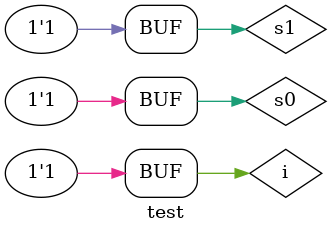
<source format=v>
module demux(i, s0, s1, i0, i1, i2, i3);
input i, s0, s1; 
output i0, i1, i2, i3; 
wire w1, w2; 

assign w1 = ~s0; 
assign w2 = ~s1; 

assign i0 = w1 & w2 & i; 
assign i1 = w1 & s1 & i; 
assign i2 = s0 & w2 & i; 
assign i3 = s0 & s1 & i; 

endmodule

module test; 
reg i , s0, s1; 
wire i0, i1, i2, i3; 

demux i34(i, s0, s1, i0, i1, i2, i3);

initial 
    begin 
        i = 1'b1; s0 = 1'b0 ; s1 = 1'b0; 
        $monitor("Time= %0t  i = %b  s0 = %b  s1 = %b  i0 = %b i1 = %b i2 = %b i3 = %b", $time, i, s0, s1, i0, i1, i2, i3);
       #5 i = 1'b1; s0 = 1'b0 ; s1 = 1'b1; 
       #5 i = 1'b1; s0 = 1'b1 ; s1 = 1'b0; 
       #5 i = 1'b1; s0 = 1'b1 ; s1 = 1'b1; 
    end
endmodule
</source>
